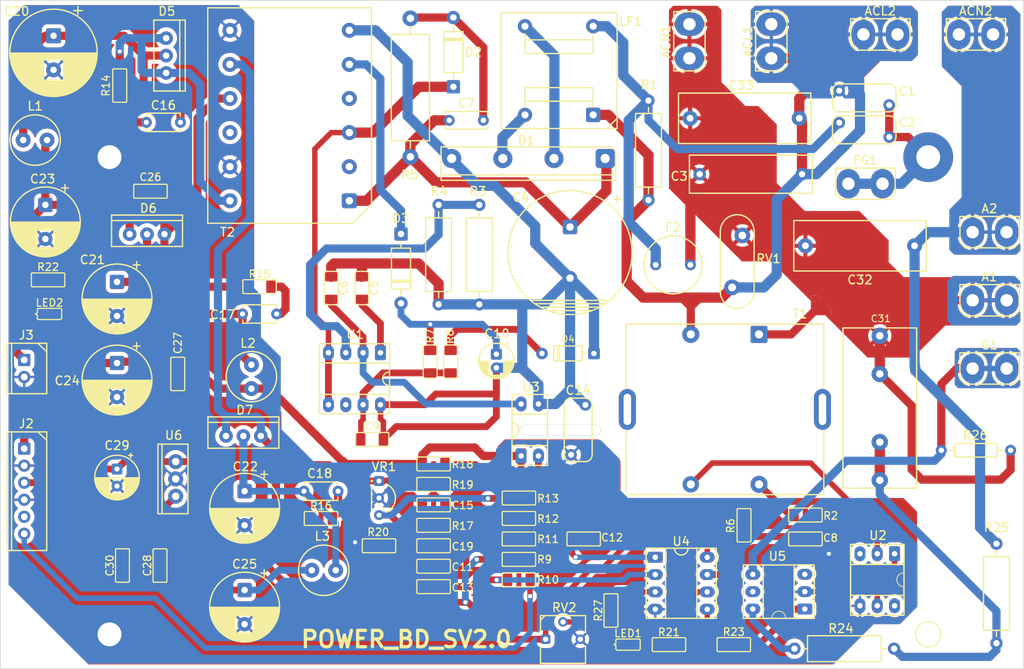
<source format=kicad_pcb>
(kicad_pcb (version 20241229) (generator "pcbnew") (generator_version "9.0")
  (layers (0 "F.Cu" signal) (2 "B.Cu" signal) (13 "F.Paste" user) (15 "B.Paste" user) (5 "F.SilkS" user "F.Silkscreen") (7 "B.SilkS" user "B.Silkscreen") (1 "F.Mask" user) (3 "B.Mask" user) (25 "Edge.Cuts" user))
  (net 0 "")
  (net 1 "/N01")
  (net 2 "Net-(A2-Pin_1)")
  (net 3 "/L01")
  (net 4 "GNDPWR")
  (net 5 "Net-(C2-Pad2)")
  (net 6 "Earth")
  (net 7 "Net-(D1-+)")
  (net 8 "Net-(U1-BA)")
  (net 9 "Net-(U1-FB)")
  (net 10 "Net-(D2-K)")
  (net 11 "/ZVC")
  (net 12 "GND")
  (net 13 "Net-(U1-VCC)")
  (net 14 "Net-(D3-K)")
  (net 15 "/PWM_PW")
  (net 16 "Net-(U4-(PCINT5{slash}RESET*{slash}ADC0{slash}dW)_PB5)")
  (net 17 "Net-(U4-(PCINT3{slash}XTAL1{slash}CLKI{slash}OC1B*{slash}ADC3)_PB3)")
  (net 18 "Net-(C15-Pad2)")
  (net 19 "Net-(C15-Pad1)")
  (net 20 "Net-(C16-Pad1)")
  (net 21 "Net-(D5-K)")
  (net 22 "Net-(D6-K)")
  (net 23 "Net-(C17-Pad1)")
  (net 24 "Net-(D7-K)")
  (net 25 "Net-(C18-Pad1)")
  (net 26 "Net-(C19-Pad2)")
  (net 27 "+24V")
  (net 28 "+12V")
  (net 29 "+8V")
  (net 30 "+5V")
  (net 31 "Net-(C31-Pad1)")
  (net 32 "Net-(D1-Pad3)")
  (net 33 "Net-(D1-Pad2)")
  (net 34 "Net-(D2-A)")
  (net 35 "Net-(D3-A)")
  (net 36 "Net-(D4-K)")
  (net 37 "Net-(G1-Pin_1)")
  (net 39 "Net-(LED1-A)")
  (net 40 "Net-(LED2-A)")
  (net 41 "Net-(T1-SB)")
  (net 42 "Net-(R2-Pad2)")
  (net 43 "Net-(U1-CS)")
  (net 44 "Net-(R12-Pad1)")
  (net 45 "Net-(R18-Pad1)")
  (net 46 "Net-(U4-PB0_(MOSI{slash}DI{slash}SDA{slash}AIN0{slash}OC0A{slash}OC1A{slash}AREF{slash}PCINT0))")
  (net 47 "Net-(R23-Pad2)")
  (net 48 "Net-(R24-Pad1)")
  (net 51 "Net-(T1-SA)")
  (net 54 "Net-(U4-PB1_(MISO{slash}DO{slash}AIN1{slash}OC0B{slash}OC1A*{slash}PCINT1))")
  (net 55 "Net-(R27-Pad1)")
  (net 59 "Net-(T2-N3)")
  (net 60 "Net-(T2-N2)")
  (net 61 "Net-(T2-N1)")
  (net 65 "Net-(U4-(PCINT4{slash}XTAL2{slash}CLKO{slash}OC1B{slash}ADC2)_PB4)")
  (footprint "01_MyFoot_ICs:DIP-4_W7.62mm_Socket" (layer "F.Cu") (at 77.6 -34.985 90)
    (property "Reference" "U3")
    (property "Value" "PC817" (hide yes))
  )
  (footprint "04_MyFoot_Passive:104K_275V" (layer "F.Cu") (at 110 -72.5)
    (property "Reference" "C3")
    (property "Value" "MP104K/275V" (hide yes))
  )
  (footprint "04_MyFoot_Passive:R_3216Metric" (layer "F.Cu") (at 118 -22.5)
    (property "Reference" "R2")
    (property "Value" "1.2K")
  )
  (footprint "04_MyFoot_Passive:L_Radial_D7.5mm_P3.50mm" (layer "F.Cu") (at 47.4 -14.4 180)
    (property "Reference" "L3")
    (property "Value" "10uH/4.2A")
  )
  (footprint "04_MyFoot_Passive:R_3216Metric" (layer "F.Cu") (at 107.5 -3.5)
    (property "Reference" "R23")
    (property "Value" "220R")
  )
  (footprint "04_MyFoot_Passive:C_Disc_D4.7mm_P5.00mm" (layer "F.Cu") (at 47 -26 180)
    (property "Reference" "C18")
    (property "Value" "CC471/1kV" (hide yes))
  )
  (footprint "04_MyFoot_Passive:SPARK_KILLER" (layer "F.Cu") (at 109.1 -80.7 180)
    (property "Reference" "C33")
    (property "Value" "CR1201" (hide yes))
  )
  (footprint "01_MyFoot_ICs:TO220_P2.54mm" (layer "F.Cu") (at 25.7 -27.8 90)
    (property "Reference" "U6")
    (property "Value" "LM7805_TO220" (hide yes))
  )
  (footprint "04_MyFoot_Passive:C_3216Metric" (layer "F.Cu") (at 63.5 -12)
    (property "Reference" "C13")
    (property "Value" "MLCC335")
  )
  (footprint "04_MyFoot_Passive:CP_Radial_D10.0mm_P5.00mm" (layer "F.Cu") (at 17.1 -54.2 -90)
    (property "Reference" "C21")
    (property "Value" "EC1000uF/25V" (hide yes))
  )
  (footprint "03_MyFoot_Active:TO220AB_P2.55mm" (layer "F.Cu") (at 21.5 -63.7)
    (property "Reference" "D6")
    (property "Value" "MUR1640FCT" (hide yes))
  )
  (footprint "04_MyFoot_Passive:C_3216Metric" (layer "F.Cu") (at 48.5 -55.8 -90)
    (property "Reference" "C6")
    (property "Value" "MLCC102")
  )
  (footprint "03_MyFoot_Active:GBJ406" (layer "F.Cu") (at 77.4 -74.8 180)
    (property "Reference" "D1")
    (property "Value" "GBJ406" (hide yes))
  )
  (footprint "02_MyFoot_Connectors:SMW250_06P" (layer "F.Cu") (at 3.5 -26 -90)
    (property "Reference" "J2")
    (property "Value" "SMW250-06P" (hide yes))
  )
  (footprint "04_MyFoot_Passive:R_3216Metric" (layer "F.Cu") (at 55.5 -18)
    (property "Reference" "R20")
    (property "Value" "10K/F")
  )
  (footprint "04_MyFoot_Passive:C_3216Metric" (layer "F.Cu") (at 63.5 -24)
    (property "Reference" "C15")
    (property "Value" "MLCC102")
  )
  (footprint "04_MyFoot_Passive:DS222M" (layer "F.Cu") (at 126.625 -79 180)
    (property "Reference" "C2")
    (property "Value" "DS222M/250VAC" (hide yes))
  )
  (footprint "04_MyFoot_Passive:R_Axial_1W_P14.6mm" (layer "F.Cu") (at 64.2375 -60.7 90)
    (property "Reference" "R4")
    (property "Value" "1.1R/1W/F" (hide yes))
  )
  (footprint "04_MyFoot_Passive:CP_Radial_D5.0mm_P2.00mm" (layer "F.Cu") (at 72.7 -45.1 -90)
    (property "Reference" "C10")
    (property "Value" "EC47uF/35V" (hide yes))
  )
  (footprint "02_MyFoot_Connectors:TAP_250" (layer "F.Cu") (at 129 -93)
    (property "Reference" "ACL2")
    (property "Value" "TAP_250" (hide yes))
  )
  (footprint "04_MyFoot_Passive:R_3216Metric" (layer "F.Cu") (at 98 -3.5 180)
    (property "Reference" "R21")
    (property "Value" "1.2K")
  )
  (footprint "03_MyFoot_Active:ZENER_0_5W_P7.62mm_Hori" (layer "F.Cu") (at 83.2 -46.2)
    (property "Reference" "D4")
    (property "Value" "1N5251" (hide yes))
  )
  (footprint "04_MyFoot_Passive:C_Disc_D6.0mm_P5.00mm" (layer "F.Cu") (at 68.3 -80.4)
    (property "Reference" "C7")
    (property "Value" "CC472/1kV" (hide yes))
  )
  (footprint "04_MyFoot_Passive:C_Disc_D4.7mm_P5.00mm" (layer "F.Cu") (at 23.9 -80.1)
    (property "Reference" "C16")
    (property "Value" "CC471/1kV" (hide yes))
  )
  (footprint "04_MyFoot_Passive:EER28_35_12P" (layer "F.Cu") (at 42.4 -81.1 90)
    (property "Reference" "T2")
    (property "Value" "EER28" (hide yes))
  )
  (footprint "04_MyFoot_Passive:R_3216Metric" (layer "F.Cu") (at 76 -13 180)
    (property "Reference" "R10")
    (property "Value" "4.7K")
  )
  (footprint "04_MyFoot_Passive:TRIM_3362P" (layer "F.Cu") (at 82.47 -4.285)
    (property "Reference" "RV2")
    (property "Value" "3362P103")
  )
  (footprint "04_MyFoot_Passive:R_3216Metric" (layer "F.Cu") (at 7 -57 180)
    (property "Reference" "R22")
    (property "Value" "2.2K")
  )
  (footprint "04_MyFoot_Passive:R_3216Metric" (layer "F.Cu") (at 76 -19 180)
    (property "Reference" "R11")
    (property "Value" "10K")
  )
  (footprint "04_MyFoot_Passive:R_Axial_1W_P14.6mm" (layer "F.Cu") (at 146 -11 -90)
    (property "Reference" "R25")
    (property "Value" "2K/1W" (hide yes))
  )
  (footprint "04_MyFoot_Passive:SPARK_KILLER" (layer "F.Cu") (at 126 -62)
    (property "Reference" "C32")
    (property "Value" "CR1201" (hide yes))
  )
  (footprint "04_MyFoot_Passive:L_Radial_D7.5mm_P3.50mm" (layer "F.Cu") (at 36.8 -42.8 -90)
    (property "Reference" "L2")
    (property "Value" "10uH/4.2A")
  )
  (footprint "04_MyFoot_Passive:L_Radial_D7.5mm_P3.50mm" (layer "F.Cu") (at 5.1 -77.5)
    (property "Reference" "L1")
    (property "Value" "10uH/4.2A")
  )
  (footprint "04_MyFoot_Passive:C_3216Metric" (layer "F.Cu") (at 54.49 -33.59 180)
    (property "Reference" "C9")
    (property "Value" "MLCC104")
  )
  (footprint "04_MyFoot_Passive:R_Axial_1W_P14.6mm" (layer "F.Cu") (at 70.2 -60.7 90)
    (property "Reference" "R3")
    (property "Value" "1.1R/1W/F" (hide yes))
  )
  (footprint "04_MyFoot_Passive:R_3216Metric" (layer "F.Cu") (at 38 -56)
    (property "Reference" "R15")
    (property "Value" "10R")
  )
  (footprint "03_MyFoot_Active:LED_2012Metric" (layer "F.Cu") (at 92 -3.5)
    (property "Reference" "LED1")
    (property "Value" "LED_SMD")
  )
  (footprint "04_MyFoot_Passive:C_3216Metric" (layer "F.Cu") (at 23.4 -15.1 90)
    (property "Reference" "C28")
    (property "Value" "MLCC104")
  )
  (footprint "04_MyFoot_Passive:CP_Radial_D10.0mm_P5.00mm" (layer "F.Cu") (at 17.1 -42.3 -90)
    (property "Reference" "C24")
    (property "Value" "EC470uF/25V" (hide yes))
  )
  (footprint "04_MyFoot_Passive:R_3216Metric" (layer "F.Cu") (at 63.5 -27)
    (property "Reference" "R19")
    (property "Value" "40K/F")
  )
  (footprint "01_MyFoot_ICs:TO92_P2.5mm" (layer "F.Cu") (at 55.5 -25 -90)
    (property "Reference" "VR1")
    (property "Value" "TL431A" (hide yes))
  )
  (footprint "06_MyFoot_Mechanical:MTHole_3.5mm" (layer "F.Cu") (at 136 -5)
    (property "Reference" "H4" (hide yes))
    (property "Value" "MountingHole" (hide yes))
  )
  (footprint "04_MyFoot_Passive:C_3216Metric" (layer "F.Cu") (at 17.9 -15.1 90)
    (property "Reference" "C30")
    (property "Value" "MLCC104")
  )
  (footprint "04_MyFoot_Passive:82uF_400V" (layer "F.Cu") (at 83.5 -61 -90)
    (property "Reference" "C4")
    (property "Value" "EC82uF/400V" (hide yes))
  )
  (footprint "04_MyFoot_Passive:R_3216Metric" (layer "F.Cu") (at 76 -22 180)
    (property "Reference" "R12")
    (property "Value" "820R")
  )
  (footprint "04_MyFoot_Passive:C_3216Metric" (layer "F.Cu") (at 22 -70 180)
    (property "Reference" "C26")
    (property "Value" "MLCC104")
  )
  (footprint "04_MyFoot_Passive:R_3216Metric" (layer "F.Cu") (at 63 -45 -90)
    (property "Reference" "R7")
    (property "Value" "4.7R")
  )
  (footprint "04_MyFoot_Passive:R_3216Metric" (layer "F.Cu") (at 63.5 -21)
    (property "Reference" "R17")
    (property "Value" "68K")
  )
  (footprint "03_MyFoot_Active:TO220AB_P2.55mm" (layer "F.Cu") (at 24.3 -89.9 -90)
    (property "Reference" "D5")
    (property "Value" "MUR1640FCT" (hide yes))
  )
  (footprint "02_MyFoot_Connectors:TAP_250" (layer "F.Cu") (at 126.8 -71.1)
    (property "Reference" "FG1")
    (property "Value" "TAP_250" (hide yes))
  )
  (footprint "03_MyFoot_Active:TO220AB_P2.55mm" (layer "F.Cu") (at 35.625 -34.1)
    (property "Reference" "D7")
    (property "Value" "MUR1640FCT" (hide yes))
  )
  (footprint "04_MyFoot_Passive:C_Disc_D4.7mm_P5.00mm" (layer "F.Cu") (at 38 -52 180)
    (property "Reference" "C17")
    (property "Value" "CC471/1kV" (hide yes))
  )
  (footprint "06_MyFoot_Mechanical:MTHole_3.5mm_7.5mmPad_GND" (layer "F.Cu") (at 16 -75)
    (property "Reference" "H2" (hide yes))
    (property "Value" "GND" (hide yes))
  )
  (footprint "02_MyFoot_Connectors:TAP_250" (layer "F.Cu") (at 101 -92 90)
    (property "Reference" "ACN1")
    (property "Value" "TAP_250" (hide yes))
  )
  (footprint "04_MyFoot_Passive:R_3216Metric" (layer "F.Cu") (at 76 -25)
    (property "Reference" "R13")
    (property "Value" "1.2K/F")
  )
  (footprint "04_MyFoot_Passive:CP_Radial_D6.3mm_P2.50mm" (layer "F.Cu") (at 17.1 -28 -90)
    (property "Reference" "C29")
    (property "Value" "EC220uF/25V" (hide yes))
  )
  (footprint "04_MyFoot_Passive:R_3216Metric" (layer "F.Cu") (at 109 -21 90)
    (property "Reference" "R6")
    (property "Value" "10K")
  )
  (footprint "06_MyFoot_Mechanical:MTHole_3.5mm_7.5mmPad_GND" (layer "F.Cu") (at 16 -5)
    (property "Reference" "H3" (hide yes))
    (property "Value" "GND" (hide yes))
  )
  (footprint "04_MyFoot_Passive:R_3216Metric" (layer "F.Cu") (at 47 -22)
    (property "Reference" "R16")
    (property "Value" "10R")
  )
  (footprint "04_MyFoot_Passive:LF1140" (layer "F.Cu") (at 81.9 -87.7 90)
    (property "Reference" "LF1")
    (property "Value" "LF1140_602" (hide yes))
  )
  (footprint "06_MyFoot_Mechanical:MTHole_3.5mm_7.5mmPad_GND" (layer "F.Cu") (at 136 -75)
    (property "Reference" "H1" (hide yes))
    (property "Value" "F_GND" (hide yes))
  )
  (footprint "04_MyFoot_Passive:R_3216Metric" (layer "F.Cu") (at 66 -45 90)
    (property "Reference" "R8")
    (property "Value" "4.7R")
  )
  (footprint "04_MyFoot_Passive:C_3216Metric" (layer "F.Cu") (at 26 -43.2 90)
    (property "Reference" "C27")
    (property "Value" "MLCC104")
  )
  (footprint "04_MyFoot_Passive:TNR14D_P7.62" (layer "F.Cu") (at 108 -59.7 -90)
    (property "Reference" "RV1")
    (property "Value" "TNR14D471" (hide yes))
  )
  (footprint "03_MyFoot_Active:Diode_P10.16mm" (layer "F.Cu") (at 66.4 -90.4 -90)
    (property "Reference" "D2")
    (property "Value" "UF4007" (hide yes))
  )
  (footprint "04_MyFoot_Passive:DS222M" (layer "F.Cu") (at 126.615 -83.7)
    (property "Reference" "C1")
    (property "Value" "DS222M/250VAC" (hide yes))
  )
  (footprint "04_MyFoot_Passive:EI2811BP" (layer "F.Cu") (at 106.2 -38 180)
    (property "Reference" "T1")
    (property "Value" "EI2811BP" (hide yes))
  )
  (footprint "04_MyFoot_Passive:C_3216Metric" (layer "F.Cu") (at 118 -19 180)
    (property "Reference" "C8")
    (property "Value" "MLCC471")
  )
  (footprint "04_MyFoot_Passive:R_Axial_2W_P20.32mm" (layer "F.Cu") (at 60.1 -85.2 90)
    (property "Reference" "R5")
    (property "Value" "56K/2W" (hide yes))
  )
  (footprint "02_MyFoot_Connectors:TAP_250" (layer "F.Cu") (at 113 -92 90)
    (property "Reference" "ACL1")
    (property "Value" "TAP_250" (hide yes))
  )
  (footprint "02_MyFoot_Connectors:TAP_250" (layer "F.Cu") (at 145 -54)
    (property "Reference" "A1")
    (property "Value" "TAP_250" (hide yes))
  )
  (footprint "01_MyFoot_ICs:DIP-6_W7.62mm" (layer "F.Cu") (at 128.53 -13.01 -90)
    (property "Reference" "U2")
    (property "Value" "H11AA1" (hide yes))
  )
  (footprint "04_MyFoot_Passive:R_3216Metric" (layer "F.Cu") (at 76 -16 180)
    (property "Reference" "R9")
    (property "Value" "1K")
  )
  (footprint "02_MyFoot_Connectors:TAP_250" (layer "F.Cu") (at 145 -44)
    (property "Reference" "G1")
    (property "Value" "TAP_250" (hide yes))
  )
  (footprint "04_MyFoot_Passive:R_Axial_1W_P14.6mm" (layer "F.Cu") (at 123.7 -2.9)
    (property "Reference" "R24")
    (property "Value" "220R/1W" (hide yes))
  )
  (footprint "02_MyFoot_Connectors:TAP_250" (layer "F.Cu") (at 145 -64)
    (property "Reference" "A2")
    (property "Value" "TAP_250" (hide yes))
  )
  (footprint "05_MyFoot_Others:SR525ABK" (layer "F.Cu") (at 98.6 -59.2 180)
    (property "Reference" "F2")
    (property "Value" "SR5/2.5A" (hide yes))
  )
  (footprint "03_MyFoot_Active:LED_2012Metric" (layer "F.Cu") (at 7.2 -52)
    (property "Reference" "LED2")
    (property "Value" "LED_SMD")
  )
  (footprint "04_MyFoot_Passive:R_3216Metric" (layer "F.Cu") (at 17.5 -85.5 -90)
    (property "Reference" "R14")
    (property "Value" "10R")
  )
  (footprint "04_MyFoot_Passive:CP_Radial_D10.0mm_P5.00mm" (layer "F.Cu") (at 6.6 -65.5 -90)
    (property "Reference" "C23")
    (property "Value" "EC470uF/35V" (hide yes))
  )
  (footprint "04_MyFoot_Passive:CP_Radial_D12.5mm_P5.00mm" (layer "F.Cu") (at 7.8 -90.3 -90)
    (property "Reference" "C20")
    (property "Value" "EC1000uF/35V" (hide yes))
  )
  (footprint "04_MyFoot_Passive:R_Axial_1W_P14.6mm" (layer "F.Cu") (at 95 -76 90)
    (property "Reference" "R1")
    (property "Value" "560K/1W" (hide yes))
  )
  (footprint "03_MyFoot_Active:Diode_P10.16mm" (layer "F.Cu") (at 58.725 -58.65 90)
    (property "Reference" "D3")
    (property "Value" "UF4007" (hide yes))
  )
  (footprint "04_MyFoot_Passive:C_PP_P10.0mm_P21.2mm" (layer "F.Cu") (at 128.9 -38.2 90)
    (property "Reference" "C31")
    (property "Value" "MPP104/600V" (hide yes))
  )
  (footprint "04_MyFoot_Passive:CP_Radial_D10.0mm_P5.00mm" (layer "F.Cu") (at 35.8 -9 -90)
    (property "Reference" "C25")
    (property "Value" "EC470uF/25V" (hide yes))
  )
  (footprint "01_MyFoot_ICs:DIP-8_W7.62mm_Socket" (layer "F.Cu") (at 99.8 -12.5)
    (property "Reference" "U4")
    (property "Value" "ATTINY85-20PU_1" (hide yes))
  )
  (footprint "01_MyFoot_ICs:DIP-6_W7.62mm" (layer "F.Cu") (at 114.1 -11.264 180)
    (property "Reference" "U5")
    (property "Value" "MOC3021M" (hide yes))
  )
  (footprint "04_MyFoot_Passive:C_3216Metric" (layer "F.Cu") (at 63.5 -15)
    (property "Reference" "C11")
    (property "Value" "MLCC335")
  )
  (footprint "04_MyFoot_Passive:C_3216Metric" (layer "F.Cu") (at 53 -55.8 -90)
    (property "Reference" "C5")
    (property "Value" "MLCC104")
  )
  (footprint "02_MyFoot_Connectors:SMW250_02P" (layer "F.Cu") (at 3.5 -44 -90)
    (property "Reference" "J3")
    (property "Value" "SMW250-02P" (hide yes))
  )
  (footprint "04_MyFoot_Passive:R_3216Metric" (layer "F.Cu") (at 63.5 -30 180)
    (property "Reference" "R18")
    (property "Value" "1K/F")
  )
  (footprint "01_MyFoot_ICs:DIP-8_W7.62mm_Socket" (layer "F.Cu") (at 51.9 -42.5 -90)
    (property "Reference" "U1")
    (property "Value" "ICE3BR0665J" (hide yes))
  )
  (footprint "04_MyFoot_Passive:R_3216Metric" (layer "F.Cu") (at 89.5 -8.5 90)
    (property "Reference" "R27")
    (property "Value" "100R")
  )
  (footprint "04_MyFoot_Passive:C_3216Metric" (layer "F.Cu") (at 85.5 -19 180)
    (property "Reference" "C12")
    (property "Value" "MLCC104")
  )
  (footprint "04_MyFoot_Passive:R_Axial_0.25W_P10.16mm" (layer "F.Cu") (at 143 -32)
    (property "Reference" "R26")
    (property "Value" "100K/NOT" (hide yes))
  )
  (footprint "02_MyFoot_Connectors:TAP_250" (layer "F.Cu") (at 143 -93)
    (property "Reference" "ACN2")
    (property "Value" "TAP_250" (hide yes))
  )
  (footprint "04_MyFoot_Passive:CP_Radial_D10.0mm_P5.00mm" (layer "F.Cu") (at 35.8 -23.5 -90)
    (property "Reference" "C22")
    (property "Value" "EC1000uF/25V" (hide yes))
  )
  (footprint "04_MyFoot_Passive:C_3216Metric" (layer "F.Cu") (at 63.5 -18 180)
    (property "Reference" "C19")
    (property "Value" "MLCC224")
  )
  (footprint "04_MyFoot_Passive:DS222M" (layer "F.Cu") (at 84.7 -35 -90)
    (property "Reference" "C14")
    (property "Value" "DS222M/250VAC" (hide yes))
  )
  (gr_line (start 77.2 -34.2) (end 87.2 -34.2) (stroke (width 0.05)) (layer "Edge.Cuts"))
  (gr_line (start 87.2 -35.8) (end 77.2 -35.8) (stroke (width 0.05)) (layer "Edge.Cuts"))
  (gr_arc (start 77.2 -34.2) (mid 76.4 -35) (end 77.2 -35.8) (stroke (width 0.05)) (layer "Edge.Cuts"))
  (gr_rect (start 0 -98) (end 150 0) (stroke (width 0.1)) (fill no) (layer "Edge.Cuts"))
  (gr_arc (start 87.2 -35.8) (mid 88 -35) (end 87.2 -34.2) (stroke (width 0.05)) (layer "Edge.Cuts"))
  (gr_text "POWER_BD_SV2.0" (at 43.83 -2.87 0) (layer "F.SilkS") (effects (font (size 2.4 2.4) (thickness 0.48) (bold yes)) (justify left bottom)))
  (segment (start 101.7 -69.5) (end 105.4 -69.5) (width 1.5) (layer "F.Cu") (net 1))
  (segment (start 138 -54) (end 142.5 -54) (width 1.2) (layer "F.Cu") (net 1))
  (segment (start 133.57 -29.2) (end 133.57 -38.54) (width 1.2) (layer "F.Cu") (net 1))
  (segment (start 135.07 -27.7) (end 133.57 -29.2) (width 1.2) (layer "F.Cu") (net 1))
  (segment (start 107.5 -79.5) (end 101 -86) (width 1.5) (layer "F.Cu") (net 1))
  (segment (start 128.91 -43.2) (end 128.9 -43.2) (width 1.2) (layer "F.Cu") (net 1))
  (segment (start 101 -86) (end 101 -89.5) (width 1.5) (layer "F.Cu") (net 1))
  (segment (start 137.9 -53.9) (end 138 -54) (width 1.2) (layer "F.Cu") (net 1))
  (segment (start 146.65 -27.7) (end 135.07 -27.7) (width 1.2) (layer "F.Cu") (net 1))
  (segment (start 148.08 -29.13) (end 146.65 -27.7) (width 1.2) (layer "F.Cu") (net 1))
  (segment (start 148.08 -32) (end 148.08 -29.13) (width 1.2) (layer "F.Cu") (net 1))
  (segment (start 107.5 -71.6) (end 107.5 -79.5) (width 1.5) (layer "F.Cu") (net 1))
  (segment (start 137.7 -54.1) (end 137.9 -53.9) (width 1.2) (layer "F.Cu") (net 1))
  (segment (start 111.2 -49) (end 115.9 -49) (width 1.2) (layer "F.Cu") (net 1))
  (segment (start 105.4 -69.5) (end 107.5 -71.6) (width 1.5) (layer "F.Cu") (net 1))
  (segment (start 115.9 -49) (end 121 -54.1) (width 1.2) (layer "F.Cu") (net 1))
  (segment (start 128.9 -48.8) (end 128.9 -43.2) (width 1.5) (layer "F.Cu") (net 1))
  (segment (start 121 -54.1) (end 137.7 -54.1) (width 1.2) (layer "F.Cu") (net 1))
  (segment (start 101.14 -68.94) (end 101.7 -69.5) (width 1.5) (layer "F.Cu") (net 1))
  (segment (start 101.14 -59.2) (end 101.14 -68.94) (width 1.5) (layer "F.Cu") (net 1))
  (segment (start 133.57 -38.54) (end 128.91 -43.2) (width 1.2) (layer "F.Cu") (net 1))
  (segment (start 143.6 -34.2) (end 134.1 -43.7) (width 1.5) (layer "B.Cu") (net 2))
  (segment (start 136 -64) (end 134 -62) (width 1.5) (layer "B.Cu") (net 2))
  (segment (start 146 -18.3) (end 143.6 -20.7) (width 1.5) (layer "B.Cu") (net 2))
  (segment (start 142.5 -64) (end 136 -64) (width 1.5) (layer "B.Cu") (net 2))
  (segment (start 134.1 -43.7) (end 134.1 -44.2) (width 1.5) (layer "B.Cu") (net 2))
  (segment (start 134.1 -44.2) (end 134 -44.3) (width 1.5) (layer "B.Cu") (net 2))
  (segment (start 134 -44.3) (end 134 -62) (width 1.5) (layer "B.Cu") (net 2))
  (segment (start 143.6 -20.7) (end 143.6 -34.2) (width 1.5) (layer "B.Cu") (net 2))
  (segment (start 95 -75.3) (end 95 -68.7) (width 1.5) (layer "F.Cu") (net 3))
  (segment (start 91.8 -65.5) (end 95 -68.7) (width 1.5) (layer "F.Cu") (net 3))
  (segment (start 101.2 -54.3) (end 101.3 -54.4) (width 1.2) (layer "F.Cu") (net 3))
  (segment (start 91.8 -56.8) (end 91.8 -65.5) (width 1.5) (layer "F.Cu") (net 3))
  (segment (start 107.25 -55.89) (end 105.76 -54.4) (width 1.5) (layer "F.Cu") (net 3))
  (segment (start 101.3 -54.4) (end 94.2 -54.4) (width 1.5) (layer "F.Cu") (net 3))
  (segment (start 89.1 -81.2) (end 95 -75.3) (width 1.5) (layer "F.Cu") (net 3))
  (segment (start 118.3 -84.8) (end 118.3 -88.5) (width 1.5) (layer "F.Cu") (net 3))
  (segment (start 105.76 -54.4) (end 101.3 -54.4) (width 1.5) (layer "F.Cu") (net 3))
  (segment (start 117.5 -80.3) (end 117.5 -72.5) (width 1.5) (layer "F.Cu") (net 3))
  (segment (start 86.9 -81.2) (end 89.1 -81.2) (width 1.5) (layer "F.Cu") (net 3))
  (segment (start 117.1 -83.6) (end 118.3 -84.8) (width 1.5) (layer "F.Cu") (net 3))
  (segment (start 117.1 -80.7) (end 117.1 -83.6) (width 1.5) (layer "F.Cu") (net 3))
  (segment (start 117.3 -89.5) (end 113 -89.5) (width 1.5) (layer "F.Cu") (net 3))
  (segment (start 101.2 -49) (end 101.2 -54.3) (width 1.2) (layer "F.Cu") (net 3))
  (segment (start 94.2 -54.4) (end 91.8 -56.8) (width 1.5) (layer "F.Cu") (net 3))
  (segment (start 117.1 -80.7) (end 117.5 -80.3) (width 1.5) (layer "F.Cu") (net 3))
  (segment (start 118.3 -88.5) (end 117.3 -89.5) (width 1.5) (layer "F.Cu") (net 3))
  (segment (start 113.8 -68.8) (end 117.5 -72.5) (width 1.5) (layer "B.Cu") (net 3))
  (segment (start 117.5 -72.5) (end 119.6 -72.5) (width 1.5) (layer "B.Cu") (net 3))
  (segment (start 126.5 -88) (end 126.5 -93) (width 1.5) (layer "B.Cu") (net 3))
  (segment (start 126 -84.2) (end 125.6 -84.6) (width 1.5) (layer "B.Cu") (net 3))
  (segment (start 111.89 -55.89) (end 113.8 -57.8) (width 1.5) (layer "B.Cu") (net 3))
  (segment (start 125.6 -84.6) (end 125.6 -87.1) (width 1.5) (layer "B.Cu") (net 3))
  (segment (start 125.6 -87.1) (end 126.5 -88) (width 1.5) (layer "B.Cu") (net 3))
  (segment (start 107.25 -55.89) (end 111.89 -55.89) (width 1.5) (layer "B.Cu") (net 3))
  (segment (start 113.8 -57.8) (end 113.8 -68.8) (width 1.5) (layer "B.Cu") (net 3))
  (segment (start 126 -78.9) (end 126 -84.2) (width 1.5) (layer "B.Cu") (net 3))
  (segment (start 119.6 -72.5) (end 126 -78.9) (width 1.5) (layer "B.Cu") (net 3))
  (segment (start 130.285 -77.95) (end 130.285 -82.64) (width 1.2) (layer "F.Cu") (net 4))
  (segment (start 130.285 -82.64) (end 130.275 -82.65) (width 1.2) (layer "F.Cu") (net 4))
  (segment (start 130.285 -77.95) (end 133.05 -77.95) (width 1.2) (layer "F.Cu") (net 4))
  (segment (start 133.05 -77.95) (end 136 -75) (width 1.2) (layer "F.Cu") (net 4))
  (segment (start 132.1 -71.1) (end 136 -75) (width 1.5) (layer "B.Cu") (net 4))
  (segment (start 124.3 -71.1) (end 129.3 -71.1) (width 1.5) (layer "B.Cu") (net 4))
  (segment (start 129.3 -71.1) (end 132.1 -71.1) (width 1.5) (layer "B.Cu") (net 4))
  (segment (start 95 -83.3) (end 91.3 -87) (width 1.5) (layer "B.Cu") (net 5))
  (segment (start 99.2 -76.2) (end 95 -80.4) (width 1.2) (layer "B.Cu") (net 5))
  (segment (start 96.06 -61.54) (end 92.1 -65.5) (width 1.5) (layer "B.Cu") (net 5))
  (segment (start 91.3 -91.8) (end 88.9 -94.2) (width 1.5) (layer "B.Cu") (net 5))
  (segment (start 92.1 -65.5) (end 92.1 -80.4) (width 1.5) (layer "B.Cu") (net 5))
  (segment (start 122.965 -80.05) (end 119.115 -76.2) (width 1.2) (layer "B.Cu") (net 5))
  (segment (start 96.06 -59.2) (end 96.06 -61.54) (width 1.5) (layer "B.Cu") (net 5))
  (segment (start 91.3 -87) (end 91.3 -91.8) (width 1.5) (layer "B.Cu") (net 5))
  (segment (start 88.9 -94.2) (end 86.9 -94.2) (width 1.5) (layer "B.Cu") (net 5))
  (segment (start 92.1 -80.4) (end 95 -83.3) (width 1.5) (layer "B.Cu") (net 5))
  (segment (start 95 -80.4) (end 95 -83.3) (width 1.2) (layer "B.Cu") (net 5))
  (segment (start 119.115 -76.2) (end 99.2 -76.2) (width 1.2) (layer "B.Cu") (net 5))
  (segment (start 53.3 -59.4) (end 48.9 -59.4) (width 1.5) (layer "F.Cu") (net 6))
  (segment (start 55.71 -38.69) (end 55.71 -36.63) (width 0.8) (layer "F.Cu") (net 6))
  (segment (start 61.3 -59.4) (end 53.3 -59.4) (width 1.5) (layer "F.Cu") (net 6))
  (segment (start 56.14 -36.2) (end 56.14 -33.59) (width 0.8) (layer "F.Cu") (net 6))
  (segment (start 53.3 -59.4) (end 53 -59.1) (width 1.5) (layer "F.Cu") (net 6))
  (segment (start 62.24 -38.69) (end 63.81 -40.26) (width 1) (layer "F.Cu") (net 6))
  (segment (start 72.7 -40.26) (end 72.7 -44.1) (width 1) (layer "F.Cu") (net 6))
  (segment (start 72.7 -36.94) (end 72.7 -44.1) (width 1) (layer "F.Cu") (net 6))
  (segment (start 64.2375 -53.4) (end 64.2375 -56.4625) (width 1.5) (layer "F.Cu") (net 6))
  (segment (start 63.81 -40.26) (end 72.7 -40.26) (width 1) (layer "F.Cu") (net 6))
  (segment (start 58.02 -35.47) (end 71.23 -35.47) (width 1) (layer "F.Cu") (net 6))
  (segment (start 55.71 -38.69) (end 62.24 -38.69) (width 1) (layer "F.Cu") (net 6))
  (segment (start 53 -59.1) (end 53 -57.45) (width 1.5) (layer "F.Cu") (net 6))
  (segment (start 83.25 -57.25) (end 83.5 -57.25) (width 1.5) (layer "F.Cu") (net 6))
  (segment (start 48.5 -59) (end 48.5 -57.45) (width 1.5) (layer "F.Cu") (net 6))
  (segment (start 55.71 -36.63) (end 56.14 -36.2) (width 0.8) (layer "F.Cu") (net 6))
  (segment (start 48.9 -59.4) (end 48.5 -59) (width 1.5) (layer "F.Cu") (net 6))
  (segment (start 64.2375 -56.4625) (end 61.3 -59.4) (width 1.5) (layer "F.Cu") (net 6))
  (segment (start 71.23 -35.47) (end 72.7 -36.94) (width 1) (layer "F.Cu") (net 6))
  (segment (start 56.14 -33.59) (end 58.02 -35.47) (width 1) (layer "F.Cu") (net 6))
  (segment (start 59.7 -88.9) (end 55 -93.6) (width 1.5) (layer "B.Cu") (net 6))
  (segment (start 87.01 -53.74) (end 83.5 -57.25) (width 1.5) (layer "B.Cu") (net 6))
  (segment (start 55 -93.6) (end 51.15 -93.6) (width 1.5) (layer "B.Cu") (net 6))
  (segment (start 69.97 -70.8) (end 72.5 -70.8) (width 1.5) (layer "B.Cu") (net 6))
  (segment (start 85.75 -38.66) (end 83.5 -40.91) (width 1.5) (layer "B.Cu") (net 6))
  (segment (start 83.5 -40.91) (end 83.5 -57.25) (width 1.5) (layer "B.Cu") (net 6))
  (segment (start 78.87 -38.795) (end 81.385 -38.795) (width 1.5) (layer "B.Cu") (net 6))
  (segment (start 83.45 -57.25) (end 83.5 -57.25) (width 1.5) (layer "B.Cu") (net 6))
  (segment (start 72.5 -70.8) (end 78.4 -64.9) (width 1.5) (layer "B.Cu") (net 6))
  (segment (start 72.7 -44.1) (end 76.2 -44.1) (width 1.5) (layer "B.Cu") (net 6))
  (segment (start 64.2375 -53.4) (end 70.2 -53.4) (width 1.5) (layer "B.Cu") (net 6))
  (segment (start 76.2 -44.1) (end 76.4 -44.1) (width 1.5) (layer "B.Cu") (net 6))
  (segment (start 76.4 -44.1) (end 78.87 -41.63) (width 1.5) (layer "B.Cu") (net 6))
  (segment (start 76.2 -44.1) (end 76.5 -44.4) (width 1.5) (layer "B.Cu") (net 6))
  (segment (start 81.385 -38.795) (end 83.5 -40.91) (width 1.5) (layer "B.Cu") (net 6))
  (segment (start 59.7 -81.07) (end 59.7 -88.9) (width 1.5) (layer "B.Cu") (net 6))
  (segment (start 78.4 -62.35) (end 83.5 -57.25) (width 1.5) (layer "B.Cu") (net 6))
  (segment (start 79.6 -53.4) (end 83.45 -57.25) (width 1.5) (layer "B.Cu") (net 6))
  (segment (start 87.01 -46.2) (end 87.01 -53.74) (width 1.5) (layer "B.Cu") (net 6))
  (segment (start 65.97 -74.8) (end 69.97 -70.8) (width 1.5) (layer "B.Cu") (net 6))
  (segment (start 76.4 -53.4) (end 76.5 -53.3) (width 1.5) (layer "B.Cu") (net 6))
  (segment (start 70.2 -53.4) (end 76.4 -53.4) (width 1.5) (layer "B.Cu") (net 6))
  (segment (start 65.97 -74.8) (end 59.7 -81.07) (width 1.5) (layer "B.Cu") (net 6))
  (segment (start 78.4 -64.9) (end 78.4 -62.35) (width 1.5) (layer "B.Cu") (net 6))
  (segment (start 76.6 -53.4) (end 79.6 -53.4) (width 1.5) (layer "B.Cu") (net 6))
  (segment (start 76.5 -53.3) (end 76.6 -53.4) (width 1.5) (layer "B.Cu") (net 6))
  (segment (start 76.5 -44.4) (end 76.5 -53.3) (width 1.5) (layer "B.Cu") (net 6))
  (segment (start 78.87 -41.63) (end 78.87 -38.795) (width 1.5) (layer "B.Cu") (net 6))
  (segment (start 83.2 -57.2) (end 83.25 -57.25) (width 1.5) (layer "B.Cu") (net 6))
  (segment (start 63.6 -80.4) (end 65.8 -80.4) (width 1.5) (layer "F.Cu") (net 7))
  (segment (start 88.83 -74.8) (end 88.83 -70.08) (width 1.5) (layer "F.Cu") (net 7))
  (segment (start 76.95 -71.3) (end 83.5 -64.75) (width 1.5) (layer "F.Cu") (net 7))
  (segment (start 60.1 -75.04) (end 63.84 -71.3) (width 1.5) (layer "F.Cu") (net 7))
  (segment (start 88.83 -70.08) (end 83.5 -64.75) (width 1.5) (layer "F.Cu") (net 7))
  (segment (start 51.15 -68.6) (end 53.66 -68.6) (width 1.5) (layer "F.Cu") (net 7))
  (segment (start 63.84 -71.3) (end 76.95 -71.3) (width 1.5) (layer "F.Cu") (net 7))
  (segment (start 53.66 -68.6) (end 60.1 -75.04) (width 1.5) (layer "F.Cu") (net 7))
  (segment (start 60.1 -75.04) (end 60.1 -76.9) (width 1.5) (layer "F.Cu") (net 7))
  (segment (start 60.1 -76.9) (end 63.6 -80.4) (width 1.5) (layer "F.Cu") (net 7))
  (segment (start 55.71 -46.31) (end 55.71 -50.59) (width 1) (layer "F.Cu") (net 8))
  (segment (start 55.71 -50.59) (end 53 -53.3) (width 1) (layer "F.Cu") (net 8))
  (segment (start 53.17 -48.63) (end 48.5 -53.3) (width 1) (layer "F.Cu") (net 9))
  (segment (start 53.17 -46.31) (end 53.17 -48.63) (width 1) (layer "F.Cu") (net 9))
  (segment (start 54.51 -41.98) (end 53.17 -43.32) (width 1) (layer "B.Cu") (net 9))
  (segment (start 62.375 -38.795) (end 59.19 -41.98) (width 1) (layer "B.Cu") (net 9))
  (segment (start 53.17 -43.32) (end 53.17 -46.31) (width 1) (layer "B.Cu") (net 9))
  (segment (start 59.19 -41.98) (end 54.51 -41.98) (width 1) (layer "B.Cu") (net 9))
  (segment (start 76.33 -38.795) (end 62.375 -38.795) (width 1) (layer "B.Cu") (net 9))
  (segment (start 70.8 -80.4) (end 70.8 -91.08) (width 1.2) (layer "F.Cu") (net 10))
  (segment (start 60.22 -95.48) (end 60.1 -95.36) (width 1.2) (layer "F.Cu") (net 10))
  (segment (start 66.4 -95.48) (end 60.22 -95.48) (width 1.2) (layer "F.Cu") (net 10))
  (segment (start 70.8 -91.08) (end 66.4 -95.48) (width 1.2) (layer "F.Cu") (net 10))
  (segment (start 106.78 -18.14) (end 107.99 -19.35) (width 1) (layer "F.Cu") (net 11))
  (segment (start 109 -19.35) (end 116 -19.35) (width 1) (layer "F.Cu") (net 11))
  (segment (start 103.61 -13.77) (end 106.03 -13.77) (width 1) (layer "F.Cu") (net 11))
  (segment (start 127.43 -11.91) (end 128.53 -10.81) (width 0.8) (layer "F.Cu") (net 11))
  (segment (start 106.03 -13.77) (end 106.78 -14.52) (width 1) (layer "F.Cu") (net 11))
  (segment (start 116.35 -19) (end 116.35 -16.74) (width 0.8) (layer "F.Cu") (net 11))
  (segment (start 117.31 -15.78) (end 119.65 -15.78) (width 0.8) (layer "F.Cu") (net 11))
  (segment (start 107.99 -19.35) (end 109 -19.35) (width 1) (layer "F.Cu") (net 11))
  (segment (start 123.52 -11.91) (end 127.43 -11.91) (width 0.8) (layer "F.Cu") (net 11))
  (segment (start 128.53 -10.81) (end 128.53 -9.2) (width 0.8) (layer "F.Cu") (net 11))
  (segment (start 106.78 -14.52) (end 106.78 -18.14) (width 1) (layer "F.Cu") (net 11))
  (segment (start 116 -19.35) (end 116.35 -19) (width 1) (layer "F.Cu") (net 11))
  (segment (start 116.35 -16.74) (end 117.31 -15.78) (width 0.8) (layer "F.Cu") (net 11))
  (segment (start 119.65 -15.78) (end 123.52 -11.91) (width 0.8) (layer "F.Cu") (net 11))
  (segment (start 53.1 -17.98) (end 53.12 -18) (width 1) (layer "F.Cu") (net 12))
  (segment (start 52.52 -17.98) (end 53.1 -17.98) (width 1) (layer "F.Cu") (net 12))
  (segment (start 25.3 -70) (end 25.725 -70.425) (width 1.2) (layer "F.Cu") (net 12))
  (segment (start 54.57 -15) (end 53.85 -15.72) (width 1) (layer "F.Cu") (net 12))
  (segment (start 25.725 -73.875) (end 24.6 -75) (width 1.2) (layer "F.Cu") (net 12))
  (segment (start 53.12 -18) (end 53.85 -18) (width 1) (layer "F.Cu") (net 12))
  (segment (start 25.725 -70.425) (end 25.725 -73.875) (width 1.2) (layer "F.Cu") (net 12))
  (segment (start 53.85 -15.72) (end 53.85 -18) (width 1) (layer "F.Cu") (net 12))
  (segment (start 121.42 -18.15) (end 121.4 -18.15) (width 0.8) (layer "F.Cu") (net 12))
  (segment (start 121.44 -16.82) (end 121.42 -16.84) (width 0.8) (layer "F.Cu") (net 12))
  (segment (start 24.6 -75) (end 16 -75) (width 1.2) (layer "F.Cu") (net 12))
  (segment (start 120.55 -19) (end 119.65 -19) (width 0.8) (layer "F.Cu") (net 12))
  (segment (start 121.42 -16.84) (end 121.42 -18.15) (width 0.8) (layer "F.Cu") (net 12))
  (segment (start 51.99 -18.51) (end 52.52 -17.98) (width 1) (layer "F.Cu") (net 12))
  (segment (start 121.4 -18.15) (end 120.55 -19) (width 0.8) (layer "F.Cu") (net 12))
  (segment (start 61.85 -15) (end 54.57 -15) (width 1) (layer "F.Cu") (net 12))
  (segment (start 61.85 -12) (end 61.85 -15) (width 1) (layer "F.Cu") (net 12))
  (segment (start 23.65 -70) (end 25.3 -70) (width 1.2) (layer "F.Cu") (net 12))
  (via (at 121.44 -16.82) (size 0.8) (drill 0.6) (layers "F.Cu" "B.Cu") (net 12))
  (via (at 51.99 -18.51) (size 0.8) (drill 0.6) (layers "F.Cu" "B.Cu") (net 12))
  (segment (start 120.294 -11.264) (end 121.44 -12.41) (width 0.8) (layer "B.Cu") (net 12))
  (segment (start 55.5 -25) (end 54.05 -25) (width 1) (layer "B.Cu") (net 12))
  (segment (start 54.05 -25) (end 54.04 -24.99) (width 1) (layer "B.Cu") (net 12))
  (segment (start 117.91 -11.264) (end 120.294 -11.264) (width 0.8) (layer "B.Cu") (net 12))
  (segment (start 51.99 -23.94) (end 51.99 -18.51) (width 1) (layer "B.Cu") (net 12))
  (segment (start 54.04 -24.99) (end 53.04 -24.99) (width 1) (layer "B.Cu") (net 12))
  (segment (start 53.04 -24.99) (end 51.99 -23.94) (width 1) (layer "B.Cu") (net 12))
  (segment (start 121.44 -12.41) (end 121.44 -16.82) (width 0.8) (layer "B.Cu") (net 12))
  (segment (start 53.17 -40.43) (end 56.09 -43.35) (width 1) (layer "F.Cu") (net 13))
  (segment (start 56.09 -43.35) (end 63 -43.35) (width 1) (layer "F.Cu") (net 13))
  (segment (start 53.17 -38.69) (end 53.17 -36.54) (width 0.8) (layer "F.Cu") (net 13))
  (segment (start 53.17 -36.54) (end 52.84 -36.21) (width 0.8) (layer "F.Cu") (net 13))
  (segment (start 66 -43.35) (end 63 -43.35) (width 1) (layer "F.Cu") (net 13))
  (segment (start 52.84 -36.21) (end 52.84 -33.59) (width 0.8) (layer "F.Cu") (net 13))
  (segment (start 53.17 -38.69) (end 53.17 -40.43) (width 1) (layer "F.Cu") (net 13))
  (segment (start 63 -46.65) (end 63 -50.47) (width 1) (layer "F.Cu") (net 14))
  (segment (start 63 -50.47) (end 63.01 -50.48) (width 1) (layer "F.Cu") (net 14))
  (via (at 63.01 -50.48) (size 0.8) (drill 0.6) (layers "F.Cu" "B.Cu") (net 14))
  (segment (start 58.725 -51.815) (end 60.06 -50.48) (width 1) (layer "B.Cu") (net 14))
  (segment (start 63.01 -50.48) (end 70.63 -50.48) (width 1) (layer "B.Cu") (net 14))
  (segment (start 58.725 -53.57) (end 58.725 -51.815) (width 1) (layer "B.Cu") (net 14))
  (segment (start 72.7 -48.41) (end 72.7 -46.1) (width 1) (layer "B.Cu") (net 14))
  (segment (start 70.63 -50.48) (end 72.7 -48.41) (width 1) (layer "B.Cu") (net 14))
  (segment (start 60.06 -50.48) (end 63.01 -50.48) (width 1) (layer "B.Cu") (net 14))
  (segment (start 77.64 -12.99) (end 77.65 -13) (width 0.8) (layer "F.Cu") (net 15))
  (segment (start 77.65 -16) (end 77.65 -13) (width 1) (layer "F.Cu") (net 15))
  (segment (start 77.64 -10.6) (end 77.64 -12.99) (width 0.8) (layer "F.Cu") (net 15))
  (via (at 77.64 -10.6) (size 0.8) (drill 0.6) (layers "F.Cu" "B.Cu") (net 15))
  (segment (start 3.5 -19.75) (end 3.5 -18.1) (width 0.8) (layer "B.Cu") (net 15))
  (segment (start 3.5 -18.1) (end 11.3 -10.3) (width 0.8) (layer "B.Cu") (net 15))
  (segment (start 29.99 -3.01) (end 75.39 -3.01) (width 0.8) (layer "B.Cu") (net 15))
  (segment (start 77.64 -5.26) (end 77.64 -10.6) (width 0.8) (layer "B.Cu") (net 15))
  (segment (start 11.3 -10.3) (end 22.7 -10.3) (width 0.8) (layer "B.Cu") (net 15))
  (segment (start 75.39 -3.01) (end 77.64 -5.26) (width 0.8) (layer "B.Cu") (net 15))
  (segment (start 22.7 -10.3) (end 29.99 -3.01) (width 0.8) (layer "B.Cu") (net 15))
  (segment (start 83.85 -16.78) (end 83.85 -19) (width 0.8) (layer "F.Cu") (net 16))
  (segment (start 84.32 -16.31) (end 83.85 -16.78) (width 0.8) (layer "F.Cu") (net 16))
  (segment (start 77.65 -19) (end 83.85 -19) (width 1) (layer "F.Cu") (net 16))
  (via (at 84.32 -16.31) (size 0.8) (drill 0.6) (layers "F.Cu" "B.Cu") (net 16))
  (segment (start 95.99 -16.31) (end 84.32 -16.31) (width 0.8) (layer "B.Cu") (net 16))
  (segment (start 69.08 -12) (end 65.15 -12) (width 1) (layer "F.Cu") (net 17))
  (segment (start 74.35 -13) (end 70.08 -13) (width 1) (layer "F.Cu") (net 17))
  (segment (start 70.08 -13) (end 69.08 -12) (width 1) (layer "F.Cu") (net 17))
  (segment (start 65.15 -15) (end 65.15 -12) (width 1) (layer "F.Cu") (net 17))
  (via (at 72.74 -12.98) (size 0.8) (drill 0.6) (layers "F.Cu" "B.Cu") (net 17))
  (segment (start 91.31 -12.98) (end 92.1 -13.77) (width 0.8) (layer "B.Cu") (net 17))
  (segment (start 92.1 -13.77) (end 95.99 -13.77) (width 0.8) (layer "B.Cu") (net 17))
  (segment (start 72.74 -12.98) (end 91.31 -12.98) (width 0.8) (layer "B.Cu") (net 17))
  (segment (start 65.15 -21) (end 65.15 -18) (width 1) (layer "F.Cu") (net 18))
  (segment (start 65.15 -24) (end 65.15 -21) (width 1) (layer "F.Cu") (net 18))
  (segment (start 61.85 -21) (end 61.85 -24) (width 1) (layer "F.Cu") (net 19))
  (segment (start 74.29 -24.94) (end 74.35 -25) (width 1) (layer "F.Cu") (net 19))
  (segment (start 55.5 -22.5) (end 57.17 -22.5) (width 1) (layer "F.Cu") (net 19))
  (segment (start 58.67 -21) (end 61.85 -21) (width 1) (layer "F.Cu") (net 19))
  (segment (start 74.35 -25) (end 74.35 -22) (width 1) (layer "F.Cu") (net 19))
  (segment (start 71.47 -24.94) (end 74.29 -24.94) (width 1) (layer "F.Cu") (net 19))
  (segment (start 57.17 -22.5) (end 58.67 -21) (width 1) (layer "F.Cu") (net 19))
  (via (at 71.47 -24.94) (size 0.8) (drill 0.6) (layers "F.Cu" "B.Cu") (net 19))
  (segment (start 55.5 -22.5) (end 57.34 -22.5) (width 1) (layer "B.Cu") (net 19))
  (segment (start 57.34 -22.5) (end 59.78 -24.94) (width 1) (layer "B.Cu") (net 19))
  (segment (start 59.78 -24.94) (end 71.47 -24.94) (width 1) (layer "B.Cu") (net 19))
  (segment (start 19.3 -80.1) (end 17.5 -81.9) (width 1.2) (layer "F.Cu") (net 20))
  (segment (start 21.4 -80.1) (end 19.3 -80.1) (width 1.2) (layer "F.Cu") (net 20))
  (segment (start 17.5 -81.9) (end 17.5 -83.85) (width 1.2) (layer "F.Cu") (net 20))
  (segment (start 21 -89.925) (end 21 -89.9) (width 1.2) (layer "F.Cu") (net 21))
  (segment (start 22.3 -83.1) (end 21 -84.4) (width 1.2) (layer "F.Cu") (net 21))
  (segment (start 7.8 -92.8) (end 18.125 -92.8) (width 1.2) (layer "F.Cu") (net 21))
  (segment (start 21 -84.4) (end 21 -89.9) (width 1.2) (layer "F.Cu") (net 21))
  (segment (start 26.4 -80.1) (end 26.4 -82) (width 1.2) (layer "F.Cu") (net 21))
  (segment (start 21 -89.9) (end 24.3 -89.9) (width 1.2) (layer "F.Cu") (net 21))
  (segment (start 25.3 -83.1) (end 22.3 -83.1) (width 1.2) (layer "F.Cu") (net 21))
  (segment (start 26.4 -82) (end 25.3 -83.1) (width 1.2) (layer "F.Cu") (net 21))
  (segment (start 3.35 -77.5) (end 3.35 -89.55) (width 1.2) (layer "F.Cu") (net 21))
  (segment (start 3.35 -89.55) (end 6.6 -92.8) (width 1.2) (layer "F.Cu") (net 21))
  (segment (start 6.6 -92.8) (end 7.8 -92.8) (width 1.2) (layer "F.Cu") (net 21))
  (segment (start 18.125 -92.8) (end 21 -89.925) (width 1.2) (layer "F.Cu") (net 21))
  (segment (start 21.5 -56.7) (end 21.5 -63.7) (width 1.2) (layer "F.Cu") (net 22))
  (segment (start 21.5 -56.7) (end 17.1 -56.7) (width 1.2) (layer "F.Cu") (net 22))
  (segment (start 35.5 -52) (end 35.5 -45.85) (width 1.2) (layer "F.Cu") (net 22))
  (segment (start 21.5 -56.7) (end 26.2 -52) (width 1.2) (layer "F.Cu") (net 22))
  (segment (start 26.2 -52) (end 35.5 -52) (width 1.2) (layer "F.Cu") (net 22))
  (segment (start 35.5 -45.85) (end 36.8 -44.55) (width 1.2) (layer "F.Cu") (net 22))
  (segment (start 41.2 -56) (end 39.65 -56) (width 1.2) (layer "F.Cu") (net 23))
  (segment (start 40.5 -52) (end 41.1 -52) (width 1.2) (layer "F.Cu") (net 23))
  (segment (start 41.8 -52.7) (end 41.8 -55.4) (width 1.2) (layer "F.Cu") (net 23))
  (segment (start 41.8 -55.4) (end 41.2 -56) (width 1.2) (layer "F.Cu") (net 23))
  (segment (start 41.1 -52) (end 41.8 -52.7) (width 1.2) (layer "F.Cu") (net 23))
  (segment (start 35.625 -26.175) (end 35.8 -26) (width 1) (layer "F.Cu") (net 24))
  (segment (start 35.625 -26.175) (end 35.8 -26) (width 1.2) (layer "B.Cu") (net 24))
  (segment (start 35.8 -26) (end 44.5 -26) (width 1) (layer "B.Cu") (net 24))
  (segment (start 49.15 -14.4) (end 49.15 -21.35) (width 1) (layer "B.Cu") (net 24))
  (segment (start 35.625 -34.1) (end 35.625 -26.175) (width 1.2) (layer "B.Cu") (net 24))
  (segment (start 49.15 -21.35) (end 44.5 -26) (width 1) (layer "B.Cu") (net 24))
  (segment (start 49.5 -22.85) (end 48.65 -22) (width 1.2) (layer "F.Cu") (net 25))
  (segment (start 49.5 -26) (end 49.5 -22.85) (width 1.2) (layer "F.Cu") (net 25))
  (segment (start 53.99 -20.15) (end 53.02 -21.12) (width 1) (layer "F.Cu") (net 26))
  (segment (start 57.15 -18) (end 57.15 -19.63) (width 1) (layer "F.Cu") (net 26))
  (segment (start 57.47 -27.5) (end 55.5 -27.5) (width 1) (layer "F.Cu") (net 26))
  (segment (start 61.85 -27) (end 57.97 -27) (width 1) (layer "F.Cu") (net 26))
  (segment (start 57.97 -27) (end 57.47 -27.5) (width 1) (layer "F.Cu") (net 26))
  (segment (start 57.15 -18) (end 61.85 -18) (width 1) (layer "F.Cu") (net 26))
  (segment (start 53.02 -21.12) (end 53.02 -26.63) (width 1) (layer "F.Cu") (net 26))
  (segment (start 56.63 -20.15) (end 53.99 -20.15) (width 1) (layer "F.Cu") (net 26))
  (segment (start 53.02 -26.63) (end 53.89 -27.5) (width 1) (layer "F.Cu") (net 26))
  (segment (start 57.15 -19.63) (end 56.63 -20.15) (width 1) (layer "F.Cu") (net 26))
  (segment (start 53.89 -27.5) (end 55.5 -27.5) (width 1) (layer "F.Cu") (net 26))
  (segment (start 6.6 -68) (end 6.6 -77.25) (width 1.2) (layer "F.Cu") (net 27))
  (segment (start 17.7 -70) (end 20.35 -70) (width 1.2) (layer "F.Cu") (net 27))
  (segment (start 3.49 -45.25) (end 2.4 -46.34) (width 1.2) (layer "F.Cu") (net 27))
  (segment (start 6.6 -68) (end 15.7 -68) (width 1.2) (layer "F.Cu") (net 27))
  (segment (start 2.4 -46.34) (end 2.4 -56.99) (width 1.2) (layer "F.Cu") (net 27))
  (segment (start 2.41 -57) (end 2.4 -56.99) (width 1.2) (layer "F.Cu") (net 27))
  (segment (start 6.6 -77.25) (end 6.85 -77.5) (width 1.2) (layer "F.Cu") (net 27))
  (segment (start 5.35 -57) (end 2.41 -57) (width 1.2) (layer "F.Cu") (net 27))
  (segment (start 2.4 -56.99) (end 2.4 -63.8) (width 1.2) (layer "F.Cu") (net 27))
  (segment (start 2.4 -63.8) (end 6.6 -68) (width 1.2) (layer "F.Cu") (net 27))
  (segment (start 3.5 -45.25) (end 3.49 -45.25) (width 1.2) (layer "F.Cu") (net 27))
  (segment (start 15.7 -68) (end 17.7 -70) (width 1.2) (layer "F.Cu") (net 27))
  (segment (start 14.3 -44.8) (end 17.1 -44.8) (width 1.2) (layer "F.Cu") (net 28))
  (segment (start 31.65 -41.05) (end 27.7 -45) (width 1.2) (layer "F.Cu") (net 28))
  (segment (start 36.8 -41.05) (end 31.65 -41.05) (width 1.2) (layer "F.Cu") (net 28))
  (segment (start 50.64 -30) (end 61.85 -30) (width 1.2) (layer "F.Cu") (net 28))
  (segment (start 61.85 -31.33) (end 62.93 -32.41) (width 1.2) (layer "F.Cu") (net 28))
  (segment (start 3.5 -32.25) (end 3.5 -34) (width 1.2) (layer "F.Cu") (net 28))
  (segment (start 50.05 -30.45) (end 50.19 -30.45) (width 1.2) (layer "F.Cu") (net 28))
  (segment (start 3.5 -34) (end 14.3 -44.8) (width 1.2) (layer "F.Cu") (net 28))
  (segment (start 17.3 -45) (end 17.1 -44.8) (width 1.2) (layer "F.Cu") (net 28))
  (segment (start 36.8 -41.05) (end 39.45 -41.05) (width 1.2) (layer "F.Cu") (net 28))
  (segment (start 77.65 -27.17) (end 77.65 -25) (width 1) (layer "F.Cu") (net 28))
  (segment (start 27.7 -45) (end 17.3 -45) (width 1.2) (layer "F.Cu") (net 28))
  (segment (start 39.45 -41.05) (end 50.05 -30.45) (width 1.2) (layer "F.Cu") (net 28))
  (segment (start 62.93 -32.41) (end 69.54 -32.41) (width 1.2) (layer "F.Cu") (net 28))
  (segment (start 61.85 -30) (end 61.85 -31.33) (width 1.2) (layer "F.Cu") (net 28))
  (segment (start 70.775 -31.175) (end 76.33 -31.175) (width 1.2) (layer "F.Cu") (net 28))
  (segment (start 50.19 -30.45) (end 50.64 -30) (width 1.2) (layer "F.Cu") (net 28))
  (segment (start 76.33 -31.175) (end 76.33 -28.49) (width 1) (layer "F.Cu") (net 28))
  (segment (start 76.33 -28.49) (end 77.65 -27.17) (width 1) (layer "F.Cu") (net 28))
  (segment (start 69.54 -32.41) (end 70.775 -31.175) (width 1.2) (layer "F.Cu") (net 28))
  (segment (start 23.4 -22.96) (end 25.7 -25.26) (width 1) (layer "F.Cu") (net 29))
  (segment (start 26.89 -16.75) (end 23.4 -16.75) (width 1) (layer "F.Cu") (net 29))
  (segment (start 23.4 -22.96) (end 23.4 -16.75) (width 1) (layer "F.Cu") (net 29))
  (segment (start 29.73 -11.5) (end 27.64 -13.59) (width 1) (layer "F.Cu") (net 29))
  (segment (start 27.64 -13.59) (end 27.64 -16) (width 1) (layer "F.Cu") (net 29))
  (segment (start 35.8 -11.5) (end 29.73 -11.5) (width 1) (layer "F.Cu") (net 29))
  (segment (start 27.64 -16) (end 26.89 -16.75) (width 1) (layer "F.Cu") (net 29))
  (segment (start 37.9 -11.5) (end 40.8 -14.4) (width 1) (layer "B.Cu") (net 29))
  (segment (start 40.8 -14.4) (end 45.65 -14.4) (width 1) (layer "B.Cu") (net 29))
  (segment (start 35.8 -11.5) (end 37.8 -11.5) (width 1) (layer "B.Cu") (net 29))
  (segment (start 35.8 -11.5) (end 37.9 -11.5) (width 1) (layer "B.Cu") (net 29))
  (segment (start 74.35 -16) (end 69.83 -16) (width 1) (layer "F.Cu") (net 30))
  (segment (start 29 -29.2) (end 29 -17.9) (width 1) (layer "F.Cu") (net 30))
  (segment (start 9.15 -27.25) (end 11.15 -29.25) (width 1) (layer "F.Cu") (net 30))
  (segment (start 79.93 -4.285) (end 79.93 -8.01) (width 0.8) (layer "F.Cu") (net 30))
  (segment (start 29 -17.9) (end 30.8 -16.1) (width 1) (layer "F.Cu") (net 30))
  (segment (start 30.8 -16.1) (end 38.1 -16.1) (width 1) (layer "F.Cu") (net 30))
  (segment (start 14.1 -29.25) (end 17.1 -29.25) (width 1) (layer "F.Cu") (net 30))
  (segment (start 103.61 -18.58) (end 103.61 -16.31) (width 0.8) (layer "F.Cu") (net 30))
  (segment (start 38.1 -16.1) (end 44.5 -9.7) (width 1) (layer "F.Cu") (net 30))
  (segment (start 15.1 -23.2) (end 14.1 -24.2) (width 1) (layer "F.Cu") (net 30))
  (segment (start 79.93 -8.01) (end 86.8 -14.88) (width 0.8) (layer "F.Cu") (net 30))
  (segment (start 74.35 -19) (end 74.35 -16) (width 1) (layer "F.Cu") (net 30))
  (segment (start 3.5 -27.25) (end 9.15 -27.25) (width 1) (layer "F.Cu") (net 30))
  (segment (start 44.5 -9.7) (end 68.54 -9.7) (width 1) (layer "F.Cu") (net 30))
  (segment (start 25.7 -30.34) (end 27.86 -30.34) (width 1) (layer "F.Cu") (net 30))
  (segment (start 88.48 -14.88) (end 92.18 -18.58) (width 0.8) (layer "F.Cu") (net 30))
  (segment (start 11.15 -29.25) (end 14.1 -29.25) (width 1) (layer "F.Cu") (net 30))
  (segment (start 17.9 -16.75) (end 17.9 -22) (width 1) (layer "F.Cu") (net 30))
  (segment (start 27.86 -30.34) (end 29 -29.2) (width 1) (layer "F.Cu") (net 30))
  (segment (start 77.845 -4.285) (end 79.93 -4.285) (width 1) (layer "F.Cu") (net 30))
  (segment (start 86.8 -14.88) (end 88.48 -14.88) (width 0.8) (layer "F.Cu") (net 30))
  (segment (start 25.7 -30.34) (end 18.19 -30.34) (width 1) (layer "F.Cu") (net 30))
  (segment (start 109 -22.65) (end 106.82 -22.65) (width 0.8) (layer "F.Cu") (net 30))
  (segment (start 92.18 -18.58) (end 103.61 -18.58) (width 0.8) (layer "F.Cu") (net 30))
  (segment (start 106.82 -22.65) (end 103.61 -19.44) (width 0.8) (layer "F.Cu") (net 30))
  (segment (start 16.7 -23.2) (end 15.1 -23.2) (width 1) (layer "F.Cu") (net 30))
  (segment (start 18.19 -30.34) (end 17.1 -29.25) (width 1) (layer "F.Cu") (net 30))
  (segment (start 68.54 -9.7) (end 73.955 -4.285) (width 1) (layer "F.Cu") (net 30))
  (segment (start 69.83 -16) (end 69.82 -15.99) (width 1) (layer "F.Cu") (net 30))
  (segment (start 103.61 -19.44) (end 103.61 -16.31) (width 0.8) (layer "F.Cu") (net 30))
  (segment (start 73.955 -4.285) (end 77.845 -4.285) (width 1) (layer "F.Cu") (net 30))
  (segment (start 14.1 -24.2) (end 14.1 -29.25) (width 1) (layer "F.Cu") (net 30))
  (segment (start 17.9 -22) (end 16.7 -23.2) (width 1) (layer "F.Cu") (net 30))
  (via (at 69.82 -15.99) (size 0.8) (drill 0.6) (layers "F.Cu" "B.Cu") (net 30))
  (via (at 68.16 -9.71) (size 0.8) (drill 0.6) (layers "F.Cu" "B.Cu") (net 30))
  (segment (start 69.82 -15.99) (end 68.16 -14.33) (width 1) (layer "B.Cu") (net 30))
  (segment (start 68.16 -14.33) (end 68.16 -9.71) (width 1) (layer "B.Cu") (net 30))
  (segment (start 128.9 -27.6) (end 128.9 -33.2) (width 1.5) (layer "F.Cu") (net 31))
  (segment (start 146 -2.7) (end 146 -3.7) (width 1.2) (layer "B.Cu") (net 31))
  (segment (start 128.9 -25.52) (end 146 -8.42) (width 1.2) (layer "B.Cu") (net 31))
  (segment (start 146 -8.42) (end 146 -3.7) (width 1.2) (layer "B.Cu") (net 31))
  (segment (start 131 -2.9) (end 132.2 -1.7) (width 1.2) (layer "B.Cu") (net 31))
  (segment (start 128.9 -27.6) (end 128.9 -25.52) (width 1.2) (layer "B.Cu") (net 31))
  (segment (start 145 -1.7) (end 146 -2.7) (width 1.2) (layer "B.Cu") (net 31))
  (segment (start 132.2 -1.7) (end 145 -1.7) (width 1.2) (layer "B.Cu") (net 31))
  (segment (start 73.59 -77.89) (end 76.9 -81.2) (width 1.5) (layer "B.Cu") (net 32))
  (segment (start 73.59 -74.8) (end 73.59 -77.89) (width 1.5) (layer "B.Cu") (net 32))
  (segment (start 81.21 -89.89) (end 81.21 -74.8) (width 1.5) (layer "B.Cu") (net 33))
  (segment (start 76.9 -94.2) (end 81.21 -89.89) (width 1.5) (layer "B.Cu") (net 33))
  (segment (start 46.1 -76.2) (end 48.5 -78.6) (width 0.8) (layer "F.Cu") (net 34))
  (segment (start 54.6 -78.6) (end 61.32 -85.32) (width 1.5) (layer "F.Cu") (net 34))
  (segment (start 48.5 -78.6) (end 51.15 -78.6) (width 0.8) (layer "F.Cu") (net 34))
  (segment (start 48.09 -46.31) (end 48.09 -49.71) (width 0.8) (layer "F.Cu") (net 34))
  (segment (start 48.09 -49.71) (end 46.1 -51.7) (width 0.8) (layer "F.Cu") (net 34))
  (segment (start 51.15 -78.6) (end 54.6 -78.6) (width 1.5) (layer "F.Cu") (net 34))
  (segment (start 61.32 -85.32) (end 66.4 -85.32) (width 1.5) (layer "F.Cu") (net 34))
  (segment (start 46.1 -51.7) (end 46.1 -76.2) (width 0.8) (layer "F.Cu") (net 34))
  (segment (start 48.09 -38.69) (end 48.09 -46.31) (width 1) (layer "F.Cu") (net 34))
  (segment (start 48.09 -38.69) (end 48 -38.78) (width 1) (layer "B.Cu") (net 34))
  (segment (start 55.7 -70.2) (end 55.7 -86.5) (width 1.2) (layer "B.Cu") (net 35))
  (segment (start 58.725 -63.73) (end 58.725 -67.175) (width 1.2) (layer "B.Cu") (net 35))
  (segment (start 55.7 -86.5) (end 53.6 -88.6) (width 1.2) (layer "B.Cu") (net 35))
  (segment (start 58.725 -67.175) (end 55.7 -70.2) (width 1.2) (layer "B.Cu") (net 35))
  (segment (start 53.6 -88.6) (end 51.15 -88.6) (width 1.2) (layer "B.Cu") (net 35))
  (segment (start 79.39 -46.2) (end 75.85 -49.74) (width 1) (layer "F.Cu") (net 36))
  (segment (start 66.93 -49.74) (end 66 -48.81) (width 1) (layer "F.Cu") (net 36))
  (segment (start 75.85 -49.74) (end 66.93 -49.74) (width 1) (layer "F.Cu") (net 36))
  (segment (start 66 -48.81) (end 66 -46.65) (width 1) (layer "F.Cu") (net 36))
  (segment (start 137.92 -32) (end 137.92 -41.72) (width 1.2) (layer "F.Cu") (net 37))
  (segment (start 137.92 -41.72) (end 140.3 -44.1) (width 1.2) (layer "F.Cu") (net 37))
  (segment (start 140.4 -44) (end 142.5 -44) (width 1.2) (layer "F.Cu") (net 37))
  (segment (start 140.3 -44.1) (end 140.4 -44) (width 1.2) (layer "F.Cu") (net 37))
  (segment (start 123.96 -30.46) (end 136.93 -30.46) (width 1.2) (layer "B.Cu") (net 37))
  (segment (start 110.29 -16.79) (end 123.96 -30.46) (width 1.2) (layer "B.Cu") (net 37))
  (segment (start 137.92 -31.45) (end 137.92 -32) (width 1) (layer "B.Cu") (net 37))
  (segment (start 136.93 -30.46) (end 137.92 -31.45) (width 1.2) (layer "B.Cu") (net 37))
  (segment (start 110.29 -13.804) (end 110.29 -16.79) (width 1.2) (layer "B.Cu") (net 37))
  (segment (start 93.03 -3.5) (end 96.35 -3.5) (width 0.8) (layer "F.Cu") (net 39))
  (segment (start 8.65 -57) (end 9.79 -57) (width 0.8) (layer "F.Cu") (net 40))
  (segment (start 10.13 -56.66) (end 10.13 -52.37) (width 0.8) (layer "F.Cu") (net 40))
  (segment (start 9.76 -52) (end 8.23 -52) (width 0.8) (layer "F.Cu") (net 40))
  (segment (start 10.13 -52.37) (end 9.76 -52) (width 0.8) (layer "F.Cu") (net 40))
  (segment (start 9.79 -57) (end 10.13 -56.66) (width 0.8) (layer "F.Cu") (net 40))
  (segment (start 115.7 -22.5) (end 111.2 -27) (width 1) (layer "F.Cu") (net 41))
  (segment (start 116.35 -22.5) (end 115.7 -22.5) (width 1) (layer "F.Cu") (net 41))
  (segment (start 119.65 -22.5) (end 122.01 -22.5) (width 0.8) (layer "F.Cu") (net 42))
  (segment (start 122.01 -22.5) (end 123.59 -20.92) (width 0.8) (layer "F.Cu") (net 42))
  (segment (start 131.07 -15.3) (end 131.07 -16.82) (width 0.8) (layer "F.Cu") (net 42))
  (segment (start 130.58 -14.81) (end 131.07 -15.3) (width 0.8) (layer "F.Cu") (net 42))
  (segment (start 123.59 -20.92) (end 123.59 -16.32) (width 0.8) (layer "F.Cu") (net 42))
  (segment (start 125.1 -14.81) (end 130.58 -14.81) (width 0.8) (layer "F.Cu") (net 42))
  (segment (start 123.59 -16.32) (end 125.1 -14.81) (width 0.8) (layer "F.Cu") (net 42))
  (segment (start 47.8 -61.6) (end 62.2 -61.6) (width 1.2) (layer "B.Cu") (net 43))
  (segment (start 50.63 -48.87) (end 49.3 -50.2) (width 1.2) (layer "B.Cu") (net 43))
  (segment (start 45.4 -59.2) (end 47.8 -61.6) (width 1.2) (layer "B.Cu") (net 43))
  (segment (start 64.2375 -68) (end 70.2 -68) (width 1.2) (layer "B.Cu") (net 43))
  (segment (start 47.2 -50.2) (end 45.4 -52) (width 1.2) (layer "B.Cu") (net 43))
  (segment (start 49.3 -50.2) (end 47.2 -50.2) (width 1.2) (layer "B.Cu") (net 43))
  (segment (start 50.63 -46.31) (end 50.63 -48.87) (width 1.2) (layer "B.Cu") (net 43))
  (segment (start 64.2375 -63.6375) (end 64.2375 -68) (width 1.2) (layer "B.Cu") (net 43))
  (segment (start 62.2 -61.6) (end 64.2375 -63.6375) (width 1.2) (layer "B.Cu") (net 43))
  (segment (start 45.4 -52) (end 45.4 -59.2) (width 1.2) (layer "B.Cu") (net 43))
  (segment (start 80.58 -27.64) (end 78.87 -29.35) (width 1) (layer "F.Cu") (net 44))
  (segment (start 80.58 -23.4) (end 80.58 -27.64) (width 1) (layer "F.Cu") (net 44))
  (segment (start 77.65 -22) (end 79.18 -22) (width 1) (layer "F.Cu") (net 44))
  (segment (start 78.87 -29.35) (end 78.87 -31.175) (width 1) (layer "F.Cu") (net 44))
  (segment (start 79.18 -22) (end 80.58 -23.4) (width 1) (layer "F.Cu") (net 44))
  (segment (start 65.15 -27) (end 65.15 -30) (width 1) (layer "F.Cu") (net 45))
  (segment (start 103.61 -8.69) (end 103.61 -5.74) (width 0.8) (layer "F.Cu") (net 46))
  (segment (start 103.61 -5.74) (end 105.85 -3.5) (width 0.8) (layer "F.Cu") (net 46))
  (segment (start 109.15 -3.5) (end 111.19 -3.5) (width 1) (layer "F.Cu") (net 47))
  (segment (start 116.414 -8.724) (end 117.91 -8.724) (width 1) (layer "F.Cu") (net 47))
  (segment (start 111.19 -3.5) (end 116.414 -8.724) (width 1) (layer "F.Cu") (net 47))
  (segment (start 110.29 -8.724) (end 110.29 -7.08) (width 1) (layer "B.Cu") (net 48))
  (segment (start 114.47 -2.9) (end 116.4 -2.9) (width 1) (layer "B.Cu") (net 48))
  (segment (start 110.29 -7.08) (end 114.47 -2.9) (width 1) (layer "B.Cu") (net 48))
  (segment (start 128.53 -20.38) (end 128.53 -16.82) (width 0.8) (layer "F.Cu") (net 51))
  (segment (start 118.78 -30.13) (end 128.53 -20.38) (width 0.8) (layer "F.Cu") (net 51))
  (segment (start 104.33 -30.13) (end 118.78 -30.13) (width 0.8) (layer "F.Cu") (net 51))
  (segment (start 101.2 -27) (end 104.33 -30.13) (width 0.8) (layer "F.Cu") (net 51))
  (segment (start 99.65 -3.5) (end 99.65 -8.65) (width 0.8) (layer "F.Cu") (net 54))
  (segment (start 99.65 -8.65) (end 102.23 -11.23) (width 0.8) (layer "F.Cu") (net 54))
  (segment (start 102.23 -11.23) (end 103.61 -11.23) (width 0.8) (layer "F.Cu") (net 54))
  (segment (start 82.47 -6.825) (end 89.475 -6.825) (width 0.8) (layer "F.Cu") (net 55))
  (segment (start 89.475 -6.825) (end 89.5 -6.85) (width 0.8) (layer "F.Cu") (net 55))
  (segment (start 17.5 -90.5) (end 17.5 -87.15) (width 1.2) (layer "F.Cu") (net 59))
  (via (at 17.5 -90.5) (size 0.8) (drill 0.6) (layers "F.Cu" "B.Cu") (net 59))
  (segment (start 23.95 -92.1) (end 24.3 -92.45) (width 1.2) (layer "B.Cu") (net 59))
  (segment (start 21.05 -87.35) (end 20.7 -87.7) (width 1.2) (layer "B.Cu") (net 59))
  (segment (start 29.3 -71.4) (end 32.1 -68.6) (width 1.2) (layer "B.Cu") (net 59))
  (segment (start 32.1 -68.6) (end 33.65 -68.6) (width 1.2) (layer "B.Cu") (net 59))
  (segment (start 24.3 -87.35) (end 27.65 -87.35) (width 1.2) (layer "B.Cu") (net 59))
  (segment (start 27.65 -87.35) (end 29.3 -85.7) (width 1.2) (layer "B.Cu") (net 59))
  (segment (start 17.5 -91.7) (end 18.25 -92.45) (width 1.2) (layer "B.Cu") (net 59))
  (segment (start 24.3 -87.35) (end 21.05 -87.35) (width 1.2) (layer "B.Cu") (net 59))
  (segment (start 20.7 -87.7) (end 20.7 -92.3) (width 1.2) (layer "B.Cu") (net 59))
  (segment (start 20.7 -92.3) (end 20.85 -92.45) (width 1.2) (layer "B.Cu") (net 59))
  (segment (start 17.5 -90.5) (end 17.5 -91.7) (width 1.2) (layer "B.Cu") (net 59))
  (segment (start 18.25 -92.45) (end 20.85 -92.45) (width 1.2) (layer "B.Cu") (net 59))
  (segment (start 29.3 -85.7) (end 29.3 -71.4) (width 1.2) (layer "B.Cu") (net 59))
  (segment (start 20.85 -92.45) (end 24.3 -92.45) (width 1.2) (layer "B.Cu") (net 59))
  (segment (start 26.5 -56) (end 36.35 -56) (width 1.2) (layer "F.Cu") (net 60))
  (segment (start 31.8 -83.6) (end 28.9 -80.7) (width 1.2) (layer "F.Cu") (net 60))
  (segment (start 19 -66.8) (end 18.95 -66.75) (width 1.2) (layer "F.Cu") (net 60))
  (segment (start 28.9 -80.7) (end 28.9 -68.55) (width 1.2) (layer "F.Cu") (net 60))
  (segment (start 24.05 -66.45) (end 23.7 -66.8) (width 1.2) (layer "F.Cu") (net 60))
  (segment (start 28.9 -68.55) (end 24.05 -63.7) (width 1.2) (layer "F.Cu") (net 60))
  (segment (start 24.05 -63.7) (end 24.05 -58.45) (width 1.2) (layer "F.Cu") (net 60))
  (segment (start 24.05 -58.45) (end 26.5 -56) (width 1.2) (layer "F.Cu") (net 60))
  (segment (start 23.7 -66.8) (end 19 -66.8) (width 1.2) (layer "F.Cu") (net 60))
  (segment (start 18.95 -66.75) (end 18.95 -63.7) (width 1.2) (layer "F.Cu") (net 60))
  (segment (start 33.65 -83.6) (end 31.8 -83.6) (width 1.2) (layer "F.Cu") (net 60))
  (segment (start 24.05 -63.7) (end 24.05 -66.45) (width 1.2) (layer "F.Cu") (net 60))
  (segment (start 40.39 -22.75) (end 41.14 -22) (width 1.2) (layer "F.Cu") (net 61))
  (segment (start 41.14 -22) (end 45.35 -22) (width 1.2) (layer "F.Cu") (net 61))
  (segment (start 38.175 -34.1) (end 40.39 -31.885) (width 1.2) (layer "F.Cu") (net 61))
  (segment (start 40.39 -31.885) (end 40.39 -22.75) (width 1.2) (layer "F.Cu") (net 61))
  (segment (start 38.175 -34.1) (end 38.175 -36.405) (width 1.2) (layer "B.Cu") (net 61))
  (segment (start 36.6 -87.3) (end 36.6 -66) (width 1.2) (layer "B.Cu") (net 61))
  (segment (start 33.65 -88.6) (end 35.3 -88.6) (width 1.2) (layer "B.Cu") (net 61))
  (segment (start 31.9 -61.3) (end 31.9 -38.09) (width 1.2) (layer "B.Cu") (net 61))
  (segment (start 33.075 -36.915) (end 37.665 -36.915) (width 1.2) (layer "B.Cu") (net 61))
  (segment (start 38.175 -36.405) (end 37.665 -36.915) (width 1.2) (layer "B.Cu") (net 61))
  (segment (start 33.075 -36.915) (end 33.075 -34.1) (width 1.2) (layer "B.Cu") (net 61))
  (segment (start 35.3 -88.6) (end 36.6 -87.3) (width 1.2) (layer "B.Cu") (net 61))
  (segment (start 36.6 -66) (end 31.9 -61.3) (width 1.2) (layer "B.Cu") (net 61))
  (segment (start 31.9 -38.09) (end 33.075 -36.915) (width 1.2) (layer "B.Cu") (net 61))
  (segment (start 89.5 -10.2) (end 90.53 -11.23) (width 0.8) (layer "F.Cu") (net 65))
  (segment (start 90.53 -11.23) (end 95.99 -11.23) (width 0.8) (layer "F.Cu") (net 65))
  (segment (start 89.5 -10.15) (end 89.5 -10.2) (width 0.8) (layer "F.Cu") (net 65))
  (zone (net 37) (net_name "Net-(G1-Pin_1)") (layer "F.Cu") (priority 10) (connect_pads (clearance 0.5)) (min_thickness 0.25) (fill yes (thermal_gap 0.5) (thermal_bridge_width 0.5))
    (polygon (pts (xy 139.9 -46.5) (xy 140.4 -47) (xy 149 -47) (xy 149.6 -46.4) (xy 149.6 -41.6) (xy 149.1 -41.1) (xy 140.4 -41.1) (xy 139.9 -41.6)))
  )
  (zone (net 12) (net_name "GND") (layer "F.Cu") (priority 6) (connect_pads (clearance 0.6)) (min_thickness 0.25) (fill yes (thermal_gap 0.6) (thermal_bridge_width 0.35))
    (polygon (pts (xy 1.2 -95) (xy 3.5 -97.3) (xy 34.9 -97.3) (xy 37.2 -95) (xy 37.2 -55.8) (xy 38.2 -54.8) (xy 38.2 -48.7) (xy 41.2 -45.7) (xy 41.2 -34.9) (xy 45.7 -30.4) (xy 55.2 -30.4) (xy 55.35 -30.4) (xy 71.85 -30.4) (xy 72.6 -31.15) (xy 72.6 -32.27) (xy 73.93 -33.6) (xy 87.7 -33.6) (xy 90.9 -30.4) (xy 90.9 -26.1) (xy 92 -25) (xy 132.37 -25) (xy 134.36 -23.01) (xy 134.36 -9.01) (xy 131.88 -6.53) (xy 128.03 -6.53) (xy 122.1 -0.6) (xy 12.9 -0.6) (xy 1.2 -12.3) (xy 1.2 -13.4) (xy 1.2 -13.5) (xy 1.2 -13.6)))
  )
  (zone (net 3) (net_name "/L01") (layer "F.Cu") (priority 1) (connect_pads (clearance 0.5)) (min_thickness 0.25) (fill yes (thermal_gap 0.5) (thermal_bridge_width 0.5))
    (polygon (pts (xy 110 -96.6) (xy 110.6 -97.2) (xy 133.6 -97.2) (xy 134.4 -96.4) (xy 134.4 -89.9) (xy 133.6 -89.1) (xy 129 -89.1) (xy 126.615 -86.715) (xy 126.615 -84.7) (xy 125.615 -83.7) (xy 118.3 -83.7) (xy 116.1 -85.9) (xy 111 -85.9) (xy 110 -86.9)))
  )
  (zone (net 1) (net_name "/N01") (layer "F.Cu") (connect_pads (clearance 0.5)) (min_thickness 0.25) (fill yes (thermal_gap 0.5) (thermal_bridge_width 0.6))
    (polygon (pts (xy 98 -96.6) (xy 98.6 -97.2) (xy 105.1 -97.2) (xy 105.7 -96.6) (xy 105.7 -86) (xy 109.2 -82.5) (xy 111.1 -82.5) (xy 113.8 -79.8) (xy 113.8 -71.2) (xy 117.9 -67.1) (xy 125.9 -67.1) (xy 130.2 -62.8) (xy 130.2 -59.6) (xy 132.4 -57.4) (xy 148.8 -57.4) (xy 149.5 -56.7) (xy 149.5 -50.896227) (xy 149.398113 -50.798113) (xy 149 -50.4) (xy 148.9 -50.3) (xy 138.5 -50.3) (xy 133.8 -45.6) (xy 127.1 -45.6) (xy 113 -59.7) (xy 108.7 -59.7) (xy 98 -70.4)))
  )
  (zone (net 1) (net_name "/N01") (layer "F.Cu") (priority 9) (connect_pads (clearance 0.5)) (min_thickness 0.25) (fill yes (thermal_gap 0.5) (thermal_bridge_width 0.5))
    (polygon (pts (xy 118.8 -54.7) (xy 118.8 -51.8) (xy 121.7 -51.8) (xy 121.8 -51.9) (xy 121.8 -52.6) (xy 119.7 -54.7)))
  )
  (zone (net 2) (net_name "Net-(A2-Pin_1)") (layer "F.Cu") (priority 3) (connect_pads (clearance 0.5)) (min_thickness 0.25) (fill yes (thermal_gap 0.5) (thermal_bridge_width 0.5))
    (polygon (pts (xy 138 -96.3) (xy 138.9 -97.2) (xy 148.3 -97.2) (xy 149.6 -95.9) (xy 149.6 -61.4) (xy 148.9 -60.7) (xy 139.8 -60.7) (xy 139.1 -61.4) (xy 139.1 -67.3) (xy 140.9 -69.1) (xy 140.9 -85.4) (xy 138 -88.3)))
  )
  (zone (net 3) (net_name "/L01") (layer "F.Cu") (priority 8) (connect_pads (clearance 0.5)) (min_thickness 0.25) (fill yes (thermal_gap 0.5) (thermal_bridge_width 0.5))
    (polygon (pts (xy 99 -54.9) (xy 102.7 -54.9) (xy 102.7 -53.7) (xy 101.7 -52.7) (xy 100.7 -52.7) (xy 99.4 -54) (xy 99 -54)))
  )
  (zone (net 2) (net_name "Net-(A2-Pin_1)") (layer "B.Cu") (priority 4) (connect_pads (clearance 0.5)) (min_thickness 0.25) (fill yes (thermal_gap 0.5) (thermal_bridge_width 0.5))
    (polygon (pts (xy 138 -96.3) (xy 138.9 -97.2) (xy 148.3 -97.2) (xy 149.5 -96) (xy 149.5 -61.3) (xy 148.9 -60.7) (xy 139.8 -60.7) (xy 139.1 -61.4) (xy 139.1 -67.3) (xy 140.9 -69.1) (xy 140.9 -85.4) (xy 138 -88.3)))
  )
  (zone (net 3) (net_name "/L01") (layer "B.Cu") (priority 2) (connect_pads (clearance 0.5)) (min_thickness 0.25) (fill yes (thermal_gap 0.5) (thermal_bridge_width 0.5))
    (polygon (pts (xy 110 -96.6) (xy 110.6 -97.2) (xy 133.6 -97.2) (xy 134.5 -96.3) (xy 134.5 -90) (xy 133.6 -89.1) (xy 128.9 -89.1) (xy 126.6 -86.8) (xy 126.6 -84.6) (xy 125.6 -83.6) (xy 118.3 -83.6) (xy 116.1 -85.8) (xy 116.1 -85.9) (xy 111 -85.9) (xy 110 -86.9)))
  )
  (zone (net 37) (net_name "Net-(G1-Pin_1)") (layer "B.Cu") (priority 5) (connect_pads (clearance 0.5)) (min_thickness 0.25) (fill yes (thermal_gap 0.5) (thermal_bridge_width 0.8))
    (polygon (pts (xy 139.9 -46.5) (xy 140.4 -47) (xy 149 -47) (xy 149.6 -46.4) (xy 149.6 -41.6) (xy 149.1 -41.1) (xy 140.4 -41.1) (xy 139.9 -41.6)))
  )
  (zone (net 1) (net_name "/N01") (layer "B.Cu") (priority 11) (connect_pads (clearance 0.5)) (min_thickness 0.25) (fill yes (thermal_gap 0.5) (thermal_bridge_width 0.5))
    (polygon (pts (xy 138.79 -56.77) (xy 139.6 -57.58) (xy 148.67 -57.58) (xy 149.56 -56.69) (xy 149.56 -50.96) (xy 148.9 -50.3) (xy 139.64 -50.3) (xy 139.6 -50.26) (xy 139.56 -50.26) (xy 138.79 -51.03)))
  )
  (zone (net 12) (net_name "GND") (layer "B.Cu") (priority 7) (connect_pads (clearance 0.6)) (min_thickness 0.25) (fill yes (thermal_gap 0.6) (thermal_bridge_width 0.35))
    (polygon (pts (xy 1.2 -95) (xy 3.5 -97.3) (xy 34.9 -97.3) (xy 37.2 -95) (xy 37.2 -55.8) (xy 38.2 -54.8) (xy 38.2 -48.6) (xy 41.1 -45.7) (xy 41.1 -35.2) (xy 46.1 -30.2) (xy 55.7 -30.2) (xy 55.75 -30.15) (xy 71.56 -30.15) (xy 72.64 -31.23) (xy 72.64 -32.17) (xy 73.97 -33.5) (xy 88 -33.5) (xy 90.8 -30.7) (xy 90.8 -26.2) (xy 92 -25) (xy 132.25 -25) (xy 134.42 -22.83) (xy 134.42 -9.07) (xy 131.83 -6.48) (xy 127.98 -6.48) (xy 122.2 -0.7) (xy 12.8 -0.7) (xy 1.2 -12.3)))
  )
)
</source>
